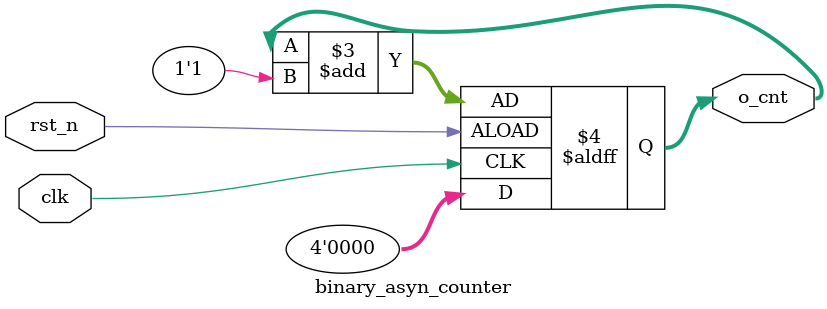
<source format=v>
`timescale 1 ns / 1 ps
module binary_asyn_counter(
	input clk,
	input rst_n,
	output reg [3:0] o_cnt 
);

always @ (posedge clk or posedge rst_n)
    begin
        if(!rst_n)
        	begin
        		o_cnt <= 0;
        	end
        else
        	begin
        		o_cnt <= o_cnt + 1'b1;
        	end
    end

endmodule
</source>
